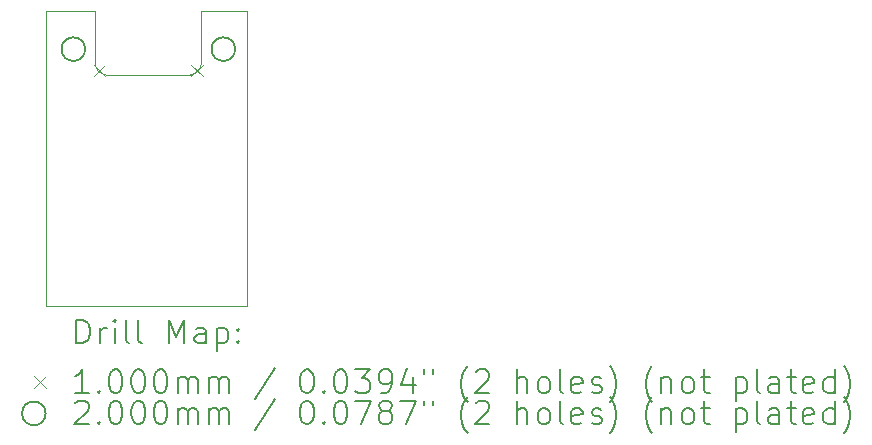
<source format=gbr>
%TF.GenerationSoftware,KiCad,Pcbnew,7.0.6*%
%TF.CreationDate,2023-08-08T22:31:44+02:00*%
%TF.ProjectId,epi_JLC,6570695f-4a4c-4432-9e6b-696361645f70,1_2_0*%
%TF.SameCoordinates,Original*%
%TF.FileFunction,Drillmap*%
%TF.FilePolarity,Positive*%
%FSLAX45Y45*%
G04 Gerber Fmt 4.5, Leading zero omitted, Abs format (unit mm)*
G04 Created by KiCad (PCBNEW 7.0.6) date 2023-08-08 22:31:44*
%MOMM*%
%LPD*%
G01*
G04 APERTURE LIST*
%ADD10C,0.100000*%
%ADD11C,0.010000*%
%ADD12C,0.200000*%
G04 APERTURE END LIST*
D10*
X9562322Y-5140000D02*
X9792322Y-5140000D01*
X9562322Y-7640000D02*
X9562322Y-5140000D01*
X11262322Y-7640000D02*
X9562322Y-7640000D01*
X11262322Y-5140000D02*
X11262322Y-7640000D01*
X11162322Y-5140000D02*
X11262322Y-5140000D01*
X11062322Y-5140000D02*
X11162322Y-5140000D01*
D11*
X10875442Y-5590000D02*
X10875442Y-5140000D01*
X10785442Y-5680000D02*
X10069048Y-5680000D01*
X9979050Y-5590000D02*
G75*
G03*
X10069048Y-5680000I90000J0D01*
G01*
X9979048Y-5590000D02*
X9979048Y-5140000D01*
X10875442Y-5140000D02*
X11062322Y-5140000D01*
X10785442Y-5680002D02*
G75*
G03*
X10875442Y-5590000I-2J90002D01*
G01*
X9792322Y-5140000D02*
X9979048Y-5140000D01*
D12*
D10*
X9964048Y-5595000D02*
X10064048Y-5695000D01*
X10064048Y-5595000D02*
X9964048Y-5695000D01*
X10790442Y-5595000D02*
X10890442Y-5695000D01*
X10890442Y-5595000D02*
X10790442Y-5695000D01*
D12*
X9892500Y-5465000D02*
G75*
G03*
X9892500Y-5465000I-100000J0D01*
G01*
X11162500Y-5465000D02*
G75*
G03*
X11162500Y-5465000I-100000J0D01*
G01*
X9818099Y-7956484D02*
X9818099Y-7756484D01*
X9818099Y-7756484D02*
X9865718Y-7756484D01*
X9865718Y-7756484D02*
X9894289Y-7766008D01*
X9894289Y-7766008D02*
X9913337Y-7785055D01*
X9913337Y-7785055D02*
X9922861Y-7804103D01*
X9922861Y-7804103D02*
X9932385Y-7842198D01*
X9932385Y-7842198D02*
X9932385Y-7870769D01*
X9932385Y-7870769D02*
X9922861Y-7908865D01*
X9922861Y-7908865D02*
X9913337Y-7927912D01*
X9913337Y-7927912D02*
X9894289Y-7946960D01*
X9894289Y-7946960D02*
X9865718Y-7956484D01*
X9865718Y-7956484D02*
X9818099Y-7956484D01*
X10018099Y-7956484D02*
X10018099Y-7823150D01*
X10018099Y-7861246D02*
X10027623Y-7842198D01*
X10027623Y-7842198D02*
X10037146Y-7832674D01*
X10037146Y-7832674D02*
X10056194Y-7823150D01*
X10056194Y-7823150D02*
X10075242Y-7823150D01*
X10141908Y-7956484D02*
X10141908Y-7823150D01*
X10141908Y-7756484D02*
X10132385Y-7766008D01*
X10132385Y-7766008D02*
X10141908Y-7775531D01*
X10141908Y-7775531D02*
X10151432Y-7766008D01*
X10151432Y-7766008D02*
X10141908Y-7756484D01*
X10141908Y-7756484D02*
X10141908Y-7775531D01*
X10265718Y-7956484D02*
X10246670Y-7946960D01*
X10246670Y-7946960D02*
X10237146Y-7927912D01*
X10237146Y-7927912D02*
X10237146Y-7756484D01*
X10370480Y-7956484D02*
X10351432Y-7946960D01*
X10351432Y-7946960D02*
X10341908Y-7927912D01*
X10341908Y-7927912D02*
X10341908Y-7756484D01*
X10599051Y-7956484D02*
X10599051Y-7756484D01*
X10599051Y-7756484D02*
X10665718Y-7899341D01*
X10665718Y-7899341D02*
X10732385Y-7756484D01*
X10732385Y-7756484D02*
X10732385Y-7956484D01*
X10913337Y-7956484D02*
X10913337Y-7851722D01*
X10913337Y-7851722D02*
X10903813Y-7832674D01*
X10903813Y-7832674D02*
X10884766Y-7823150D01*
X10884766Y-7823150D02*
X10846670Y-7823150D01*
X10846670Y-7823150D02*
X10827623Y-7832674D01*
X10913337Y-7946960D02*
X10894289Y-7956484D01*
X10894289Y-7956484D02*
X10846670Y-7956484D01*
X10846670Y-7956484D02*
X10827623Y-7946960D01*
X10827623Y-7946960D02*
X10818099Y-7927912D01*
X10818099Y-7927912D02*
X10818099Y-7908865D01*
X10818099Y-7908865D02*
X10827623Y-7889817D01*
X10827623Y-7889817D02*
X10846670Y-7880293D01*
X10846670Y-7880293D02*
X10894289Y-7880293D01*
X10894289Y-7880293D02*
X10913337Y-7870769D01*
X11008575Y-7823150D02*
X11008575Y-8023150D01*
X11008575Y-7832674D02*
X11027623Y-7823150D01*
X11027623Y-7823150D02*
X11065718Y-7823150D01*
X11065718Y-7823150D02*
X11084766Y-7832674D01*
X11084766Y-7832674D02*
X11094289Y-7842198D01*
X11094289Y-7842198D02*
X11103813Y-7861246D01*
X11103813Y-7861246D02*
X11103813Y-7918388D01*
X11103813Y-7918388D02*
X11094289Y-7937436D01*
X11094289Y-7937436D02*
X11084766Y-7946960D01*
X11084766Y-7946960D02*
X11065718Y-7956484D01*
X11065718Y-7956484D02*
X11027623Y-7956484D01*
X11027623Y-7956484D02*
X11008575Y-7946960D01*
X11189527Y-7937436D02*
X11199051Y-7946960D01*
X11199051Y-7946960D02*
X11189527Y-7956484D01*
X11189527Y-7956484D02*
X11180004Y-7946960D01*
X11180004Y-7946960D02*
X11189527Y-7937436D01*
X11189527Y-7937436D02*
X11189527Y-7956484D01*
X11189527Y-7832674D02*
X11199051Y-7842198D01*
X11199051Y-7842198D02*
X11189527Y-7851722D01*
X11189527Y-7851722D02*
X11180004Y-7842198D01*
X11180004Y-7842198D02*
X11189527Y-7832674D01*
X11189527Y-7832674D02*
X11189527Y-7851722D01*
D10*
X9457322Y-8235000D02*
X9557322Y-8335000D01*
X9557322Y-8235000D02*
X9457322Y-8335000D01*
D12*
X9922861Y-8376484D02*
X9808575Y-8376484D01*
X9865718Y-8376484D02*
X9865718Y-8176484D01*
X9865718Y-8176484D02*
X9846670Y-8205055D01*
X9846670Y-8205055D02*
X9827623Y-8224103D01*
X9827623Y-8224103D02*
X9808575Y-8233627D01*
X10008575Y-8357436D02*
X10018099Y-8366960D01*
X10018099Y-8366960D02*
X10008575Y-8376484D01*
X10008575Y-8376484D02*
X9999051Y-8366960D01*
X9999051Y-8366960D02*
X10008575Y-8357436D01*
X10008575Y-8357436D02*
X10008575Y-8376484D01*
X10141908Y-8176484D02*
X10160956Y-8176484D01*
X10160956Y-8176484D02*
X10180004Y-8186008D01*
X10180004Y-8186008D02*
X10189527Y-8195531D01*
X10189527Y-8195531D02*
X10199051Y-8214579D01*
X10199051Y-8214579D02*
X10208575Y-8252674D01*
X10208575Y-8252674D02*
X10208575Y-8300293D01*
X10208575Y-8300293D02*
X10199051Y-8338388D01*
X10199051Y-8338388D02*
X10189527Y-8357436D01*
X10189527Y-8357436D02*
X10180004Y-8366960D01*
X10180004Y-8366960D02*
X10160956Y-8376484D01*
X10160956Y-8376484D02*
X10141908Y-8376484D01*
X10141908Y-8376484D02*
X10122861Y-8366960D01*
X10122861Y-8366960D02*
X10113337Y-8357436D01*
X10113337Y-8357436D02*
X10103813Y-8338388D01*
X10103813Y-8338388D02*
X10094289Y-8300293D01*
X10094289Y-8300293D02*
X10094289Y-8252674D01*
X10094289Y-8252674D02*
X10103813Y-8214579D01*
X10103813Y-8214579D02*
X10113337Y-8195531D01*
X10113337Y-8195531D02*
X10122861Y-8186008D01*
X10122861Y-8186008D02*
X10141908Y-8176484D01*
X10332385Y-8176484D02*
X10351432Y-8176484D01*
X10351432Y-8176484D02*
X10370480Y-8186008D01*
X10370480Y-8186008D02*
X10380004Y-8195531D01*
X10380004Y-8195531D02*
X10389527Y-8214579D01*
X10389527Y-8214579D02*
X10399051Y-8252674D01*
X10399051Y-8252674D02*
X10399051Y-8300293D01*
X10399051Y-8300293D02*
X10389527Y-8338388D01*
X10389527Y-8338388D02*
X10380004Y-8357436D01*
X10380004Y-8357436D02*
X10370480Y-8366960D01*
X10370480Y-8366960D02*
X10351432Y-8376484D01*
X10351432Y-8376484D02*
X10332385Y-8376484D01*
X10332385Y-8376484D02*
X10313337Y-8366960D01*
X10313337Y-8366960D02*
X10303813Y-8357436D01*
X10303813Y-8357436D02*
X10294289Y-8338388D01*
X10294289Y-8338388D02*
X10284766Y-8300293D01*
X10284766Y-8300293D02*
X10284766Y-8252674D01*
X10284766Y-8252674D02*
X10294289Y-8214579D01*
X10294289Y-8214579D02*
X10303813Y-8195531D01*
X10303813Y-8195531D02*
X10313337Y-8186008D01*
X10313337Y-8186008D02*
X10332385Y-8176484D01*
X10522861Y-8176484D02*
X10541908Y-8176484D01*
X10541908Y-8176484D02*
X10560956Y-8186008D01*
X10560956Y-8186008D02*
X10570480Y-8195531D01*
X10570480Y-8195531D02*
X10580004Y-8214579D01*
X10580004Y-8214579D02*
X10589527Y-8252674D01*
X10589527Y-8252674D02*
X10589527Y-8300293D01*
X10589527Y-8300293D02*
X10580004Y-8338388D01*
X10580004Y-8338388D02*
X10570480Y-8357436D01*
X10570480Y-8357436D02*
X10560956Y-8366960D01*
X10560956Y-8366960D02*
X10541908Y-8376484D01*
X10541908Y-8376484D02*
X10522861Y-8376484D01*
X10522861Y-8376484D02*
X10503813Y-8366960D01*
X10503813Y-8366960D02*
X10494289Y-8357436D01*
X10494289Y-8357436D02*
X10484766Y-8338388D01*
X10484766Y-8338388D02*
X10475242Y-8300293D01*
X10475242Y-8300293D02*
X10475242Y-8252674D01*
X10475242Y-8252674D02*
X10484766Y-8214579D01*
X10484766Y-8214579D02*
X10494289Y-8195531D01*
X10494289Y-8195531D02*
X10503813Y-8186008D01*
X10503813Y-8186008D02*
X10522861Y-8176484D01*
X10675242Y-8376484D02*
X10675242Y-8243150D01*
X10675242Y-8262198D02*
X10684766Y-8252674D01*
X10684766Y-8252674D02*
X10703813Y-8243150D01*
X10703813Y-8243150D02*
X10732385Y-8243150D01*
X10732385Y-8243150D02*
X10751432Y-8252674D01*
X10751432Y-8252674D02*
X10760956Y-8271722D01*
X10760956Y-8271722D02*
X10760956Y-8376484D01*
X10760956Y-8271722D02*
X10770480Y-8252674D01*
X10770480Y-8252674D02*
X10789527Y-8243150D01*
X10789527Y-8243150D02*
X10818099Y-8243150D01*
X10818099Y-8243150D02*
X10837147Y-8252674D01*
X10837147Y-8252674D02*
X10846670Y-8271722D01*
X10846670Y-8271722D02*
X10846670Y-8376484D01*
X10941908Y-8376484D02*
X10941908Y-8243150D01*
X10941908Y-8262198D02*
X10951432Y-8252674D01*
X10951432Y-8252674D02*
X10970480Y-8243150D01*
X10970480Y-8243150D02*
X10999051Y-8243150D01*
X10999051Y-8243150D02*
X11018099Y-8252674D01*
X11018099Y-8252674D02*
X11027623Y-8271722D01*
X11027623Y-8271722D02*
X11027623Y-8376484D01*
X11027623Y-8271722D02*
X11037147Y-8252674D01*
X11037147Y-8252674D02*
X11056194Y-8243150D01*
X11056194Y-8243150D02*
X11084766Y-8243150D01*
X11084766Y-8243150D02*
X11103813Y-8252674D01*
X11103813Y-8252674D02*
X11113337Y-8271722D01*
X11113337Y-8271722D02*
X11113337Y-8376484D01*
X11503813Y-8166960D02*
X11332385Y-8424103D01*
X11760956Y-8176484D02*
X11780004Y-8176484D01*
X11780004Y-8176484D02*
X11799051Y-8186008D01*
X11799051Y-8186008D02*
X11808575Y-8195531D01*
X11808575Y-8195531D02*
X11818099Y-8214579D01*
X11818099Y-8214579D02*
X11827623Y-8252674D01*
X11827623Y-8252674D02*
X11827623Y-8300293D01*
X11827623Y-8300293D02*
X11818099Y-8338388D01*
X11818099Y-8338388D02*
X11808575Y-8357436D01*
X11808575Y-8357436D02*
X11799051Y-8366960D01*
X11799051Y-8366960D02*
X11780004Y-8376484D01*
X11780004Y-8376484D02*
X11760956Y-8376484D01*
X11760956Y-8376484D02*
X11741908Y-8366960D01*
X11741908Y-8366960D02*
X11732385Y-8357436D01*
X11732385Y-8357436D02*
X11722861Y-8338388D01*
X11722861Y-8338388D02*
X11713337Y-8300293D01*
X11713337Y-8300293D02*
X11713337Y-8252674D01*
X11713337Y-8252674D02*
X11722861Y-8214579D01*
X11722861Y-8214579D02*
X11732385Y-8195531D01*
X11732385Y-8195531D02*
X11741908Y-8186008D01*
X11741908Y-8186008D02*
X11760956Y-8176484D01*
X11913337Y-8357436D02*
X11922861Y-8366960D01*
X11922861Y-8366960D02*
X11913337Y-8376484D01*
X11913337Y-8376484D02*
X11903813Y-8366960D01*
X11903813Y-8366960D02*
X11913337Y-8357436D01*
X11913337Y-8357436D02*
X11913337Y-8376484D01*
X12046670Y-8176484D02*
X12065718Y-8176484D01*
X12065718Y-8176484D02*
X12084766Y-8186008D01*
X12084766Y-8186008D02*
X12094289Y-8195531D01*
X12094289Y-8195531D02*
X12103813Y-8214579D01*
X12103813Y-8214579D02*
X12113337Y-8252674D01*
X12113337Y-8252674D02*
X12113337Y-8300293D01*
X12113337Y-8300293D02*
X12103813Y-8338388D01*
X12103813Y-8338388D02*
X12094289Y-8357436D01*
X12094289Y-8357436D02*
X12084766Y-8366960D01*
X12084766Y-8366960D02*
X12065718Y-8376484D01*
X12065718Y-8376484D02*
X12046670Y-8376484D01*
X12046670Y-8376484D02*
X12027623Y-8366960D01*
X12027623Y-8366960D02*
X12018099Y-8357436D01*
X12018099Y-8357436D02*
X12008575Y-8338388D01*
X12008575Y-8338388D02*
X11999051Y-8300293D01*
X11999051Y-8300293D02*
X11999051Y-8252674D01*
X11999051Y-8252674D02*
X12008575Y-8214579D01*
X12008575Y-8214579D02*
X12018099Y-8195531D01*
X12018099Y-8195531D02*
X12027623Y-8186008D01*
X12027623Y-8186008D02*
X12046670Y-8176484D01*
X12180004Y-8176484D02*
X12303813Y-8176484D01*
X12303813Y-8176484D02*
X12237147Y-8252674D01*
X12237147Y-8252674D02*
X12265718Y-8252674D01*
X12265718Y-8252674D02*
X12284766Y-8262198D01*
X12284766Y-8262198D02*
X12294289Y-8271722D01*
X12294289Y-8271722D02*
X12303813Y-8290769D01*
X12303813Y-8290769D02*
X12303813Y-8338388D01*
X12303813Y-8338388D02*
X12294289Y-8357436D01*
X12294289Y-8357436D02*
X12284766Y-8366960D01*
X12284766Y-8366960D02*
X12265718Y-8376484D01*
X12265718Y-8376484D02*
X12208575Y-8376484D01*
X12208575Y-8376484D02*
X12189528Y-8366960D01*
X12189528Y-8366960D02*
X12180004Y-8357436D01*
X12399051Y-8376484D02*
X12437147Y-8376484D01*
X12437147Y-8376484D02*
X12456194Y-8366960D01*
X12456194Y-8366960D02*
X12465718Y-8357436D01*
X12465718Y-8357436D02*
X12484766Y-8328865D01*
X12484766Y-8328865D02*
X12494289Y-8290769D01*
X12494289Y-8290769D02*
X12494289Y-8214579D01*
X12494289Y-8214579D02*
X12484766Y-8195531D01*
X12484766Y-8195531D02*
X12475242Y-8186008D01*
X12475242Y-8186008D02*
X12456194Y-8176484D01*
X12456194Y-8176484D02*
X12418099Y-8176484D01*
X12418099Y-8176484D02*
X12399051Y-8186008D01*
X12399051Y-8186008D02*
X12389528Y-8195531D01*
X12389528Y-8195531D02*
X12380004Y-8214579D01*
X12380004Y-8214579D02*
X12380004Y-8262198D01*
X12380004Y-8262198D02*
X12389528Y-8281246D01*
X12389528Y-8281246D02*
X12399051Y-8290769D01*
X12399051Y-8290769D02*
X12418099Y-8300293D01*
X12418099Y-8300293D02*
X12456194Y-8300293D01*
X12456194Y-8300293D02*
X12475242Y-8290769D01*
X12475242Y-8290769D02*
X12484766Y-8281246D01*
X12484766Y-8281246D02*
X12494289Y-8262198D01*
X12665718Y-8243150D02*
X12665718Y-8376484D01*
X12618099Y-8166960D02*
X12570480Y-8309817D01*
X12570480Y-8309817D02*
X12694289Y-8309817D01*
X12760956Y-8176484D02*
X12760956Y-8214579D01*
X12837147Y-8176484D02*
X12837147Y-8214579D01*
X13132385Y-8452674D02*
X13122861Y-8443150D01*
X13122861Y-8443150D02*
X13103813Y-8414579D01*
X13103813Y-8414579D02*
X13094290Y-8395531D01*
X13094290Y-8395531D02*
X13084766Y-8366960D01*
X13084766Y-8366960D02*
X13075242Y-8319341D01*
X13075242Y-8319341D02*
X13075242Y-8281246D01*
X13075242Y-8281246D02*
X13084766Y-8233627D01*
X13084766Y-8233627D02*
X13094290Y-8205055D01*
X13094290Y-8205055D02*
X13103813Y-8186008D01*
X13103813Y-8186008D02*
X13122861Y-8157436D01*
X13122861Y-8157436D02*
X13132385Y-8147912D01*
X13199051Y-8195531D02*
X13208575Y-8186008D01*
X13208575Y-8186008D02*
X13227623Y-8176484D01*
X13227623Y-8176484D02*
X13275242Y-8176484D01*
X13275242Y-8176484D02*
X13294290Y-8186008D01*
X13294290Y-8186008D02*
X13303813Y-8195531D01*
X13303813Y-8195531D02*
X13313337Y-8214579D01*
X13313337Y-8214579D02*
X13313337Y-8233627D01*
X13313337Y-8233627D02*
X13303813Y-8262198D01*
X13303813Y-8262198D02*
X13189528Y-8376484D01*
X13189528Y-8376484D02*
X13313337Y-8376484D01*
X13551432Y-8376484D02*
X13551432Y-8176484D01*
X13637147Y-8376484D02*
X13637147Y-8271722D01*
X13637147Y-8271722D02*
X13627623Y-8252674D01*
X13627623Y-8252674D02*
X13608575Y-8243150D01*
X13608575Y-8243150D02*
X13580004Y-8243150D01*
X13580004Y-8243150D02*
X13560956Y-8252674D01*
X13560956Y-8252674D02*
X13551432Y-8262198D01*
X13760956Y-8376484D02*
X13741909Y-8366960D01*
X13741909Y-8366960D02*
X13732385Y-8357436D01*
X13732385Y-8357436D02*
X13722861Y-8338388D01*
X13722861Y-8338388D02*
X13722861Y-8281246D01*
X13722861Y-8281246D02*
X13732385Y-8262198D01*
X13732385Y-8262198D02*
X13741909Y-8252674D01*
X13741909Y-8252674D02*
X13760956Y-8243150D01*
X13760956Y-8243150D02*
X13789528Y-8243150D01*
X13789528Y-8243150D02*
X13808575Y-8252674D01*
X13808575Y-8252674D02*
X13818099Y-8262198D01*
X13818099Y-8262198D02*
X13827623Y-8281246D01*
X13827623Y-8281246D02*
X13827623Y-8338388D01*
X13827623Y-8338388D02*
X13818099Y-8357436D01*
X13818099Y-8357436D02*
X13808575Y-8366960D01*
X13808575Y-8366960D02*
X13789528Y-8376484D01*
X13789528Y-8376484D02*
X13760956Y-8376484D01*
X13941909Y-8376484D02*
X13922861Y-8366960D01*
X13922861Y-8366960D02*
X13913337Y-8347912D01*
X13913337Y-8347912D02*
X13913337Y-8176484D01*
X14094290Y-8366960D02*
X14075242Y-8376484D01*
X14075242Y-8376484D02*
X14037147Y-8376484D01*
X14037147Y-8376484D02*
X14018099Y-8366960D01*
X14018099Y-8366960D02*
X14008575Y-8347912D01*
X14008575Y-8347912D02*
X14008575Y-8271722D01*
X14008575Y-8271722D02*
X14018099Y-8252674D01*
X14018099Y-8252674D02*
X14037147Y-8243150D01*
X14037147Y-8243150D02*
X14075242Y-8243150D01*
X14075242Y-8243150D02*
X14094290Y-8252674D01*
X14094290Y-8252674D02*
X14103813Y-8271722D01*
X14103813Y-8271722D02*
X14103813Y-8290769D01*
X14103813Y-8290769D02*
X14008575Y-8309817D01*
X14180004Y-8366960D02*
X14199052Y-8376484D01*
X14199052Y-8376484D02*
X14237147Y-8376484D01*
X14237147Y-8376484D02*
X14256194Y-8366960D01*
X14256194Y-8366960D02*
X14265718Y-8347912D01*
X14265718Y-8347912D02*
X14265718Y-8338388D01*
X14265718Y-8338388D02*
X14256194Y-8319341D01*
X14256194Y-8319341D02*
X14237147Y-8309817D01*
X14237147Y-8309817D02*
X14208575Y-8309817D01*
X14208575Y-8309817D02*
X14189528Y-8300293D01*
X14189528Y-8300293D02*
X14180004Y-8281246D01*
X14180004Y-8281246D02*
X14180004Y-8271722D01*
X14180004Y-8271722D02*
X14189528Y-8252674D01*
X14189528Y-8252674D02*
X14208575Y-8243150D01*
X14208575Y-8243150D02*
X14237147Y-8243150D01*
X14237147Y-8243150D02*
X14256194Y-8252674D01*
X14332385Y-8452674D02*
X14341909Y-8443150D01*
X14341909Y-8443150D02*
X14360956Y-8414579D01*
X14360956Y-8414579D02*
X14370480Y-8395531D01*
X14370480Y-8395531D02*
X14380004Y-8366960D01*
X14380004Y-8366960D02*
X14389528Y-8319341D01*
X14389528Y-8319341D02*
X14389528Y-8281246D01*
X14389528Y-8281246D02*
X14380004Y-8233627D01*
X14380004Y-8233627D02*
X14370480Y-8205055D01*
X14370480Y-8205055D02*
X14360956Y-8186008D01*
X14360956Y-8186008D02*
X14341909Y-8157436D01*
X14341909Y-8157436D02*
X14332385Y-8147912D01*
X14694290Y-8452674D02*
X14684766Y-8443150D01*
X14684766Y-8443150D02*
X14665718Y-8414579D01*
X14665718Y-8414579D02*
X14656194Y-8395531D01*
X14656194Y-8395531D02*
X14646671Y-8366960D01*
X14646671Y-8366960D02*
X14637147Y-8319341D01*
X14637147Y-8319341D02*
X14637147Y-8281246D01*
X14637147Y-8281246D02*
X14646671Y-8233627D01*
X14646671Y-8233627D02*
X14656194Y-8205055D01*
X14656194Y-8205055D02*
X14665718Y-8186008D01*
X14665718Y-8186008D02*
X14684766Y-8157436D01*
X14684766Y-8157436D02*
X14694290Y-8147912D01*
X14770480Y-8243150D02*
X14770480Y-8376484D01*
X14770480Y-8262198D02*
X14780004Y-8252674D01*
X14780004Y-8252674D02*
X14799052Y-8243150D01*
X14799052Y-8243150D02*
X14827623Y-8243150D01*
X14827623Y-8243150D02*
X14846671Y-8252674D01*
X14846671Y-8252674D02*
X14856194Y-8271722D01*
X14856194Y-8271722D02*
X14856194Y-8376484D01*
X14980004Y-8376484D02*
X14960956Y-8366960D01*
X14960956Y-8366960D02*
X14951433Y-8357436D01*
X14951433Y-8357436D02*
X14941909Y-8338388D01*
X14941909Y-8338388D02*
X14941909Y-8281246D01*
X14941909Y-8281246D02*
X14951433Y-8262198D01*
X14951433Y-8262198D02*
X14960956Y-8252674D01*
X14960956Y-8252674D02*
X14980004Y-8243150D01*
X14980004Y-8243150D02*
X15008575Y-8243150D01*
X15008575Y-8243150D02*
X15027623Y-8252674D01*
X15027623Y-8252674D02*
X15037147Y-8262198D01*
X15037147Y-8262198D02*
X15046671Y-8281246D01*
X15046671Y-8281246D02*
X15046671Y-8338388D01*
X15046671Y-8338388D02*
X15037147Y-8357436D01*
X15037147Y-8357436D02*
X15027623Y-8366960D01*
X15027623Y-8366960D02*
X15008575Y-8376484D01*
X15008575Y-8376484D02*
X14980004Y-8376484D01*
X15103814Y-8243150D02*
X15180004Y-8243150D01*
X15132385Y-8176484D02*
X15132385Y-8347912D01*
X15132385Y-8347912D02*
X15141909Y-8366960D01*
X15141909Y-8366960D02*
X15160956Y-8376484D01*
X15160956Y-8376484D02*
X15180004Y-8376484D01*
X15399052Y-8243150D02*
X15399052Y-8443150D01*
X15399052Y-8252674D02*
X15418099Y-8243150D01*
X15418099Y-8243150D02*
X15456195Y-8243150D01*
X15456195Y-8243150D02*
X15475242Y-8252674D01*
X15475242Y-8252674D02*
X15484766Y-8262198D01*
X15484766Y-8262198D02*
X15494290Y-8281246D01*
X15494290Y-8281246D02*
X15494290Y-8338388D01*
X15494290Y-8338388D02*
X15484766Y-8357436D01*
X15484766Y-8357436D02*
X15475242Y-8366960D01*
X15475242Y-8366960D02*
X15456195Y-8376484D01*
X15456195Y-8376484D02*
X15418099Y-8376484D01*
X15418099Y-8376484D02*
X15399052Y-8366960D01*
X15608575Y-8376484D02*
X15589528Y-8366960D01*
X15589528Y-8366960D02*
X15580004Y-8347912D01*
X15580004Y-8347912D02*
X15580004Y-8176484D01*
X15770480Y-8376484D02*
X15770480Y-8271722D01*
X15770480Y-8271722D02*
X15760956Y-8252674D01*
X15760956Y-8252674D02*
X15741909Y-8243150D01*
X15741909Y-8243150D02*
X15703814Y-8243150D01*
X15703814Y-8243150D02*
X15684766Y-8252674D01*
X15770480Y-8366960D02*
X15751433Y-8376484D01*
X15751433Y-8376484D02*
X15703814Y-8376484D01*
X15703814Y-8376484D02*
X15684766Y-8366960D01*
X15684766Y-8366960D02*
X15675242Y-8347912D01*
X15675242Y-8347912D02*
X15675242Y-8328865D01*
X15675242Y-8328865D02*
X15684766Y-8309817D01*
X15684766Y-8309817D02*
X15703814Y-8300293D01*
X15703814Y-8300293D02*
X15751433Y-8300293D01*
X15751433Y-8300293D02*
X15770480Y-8290769D01*
X15837147Y-8243150D02*
X15913337Y-8243150D01*
X15865718Y-8176484D02*
X15865718Y-8347912D01*
X15865718Y-8347912D02*
X15875242Y-8366960D01*
X15875242Y-8366960D02*
X15894290Y-8376484D01*
X15894290Y-8376484D02*
X15913337Y-8376484D01*
X16056195Y-8366960D02*
X16037147Y-8376484D01*
X16037147Y-8376484D02*
X15999052Y-8376484D01*
X15999052Y-8376484D02*
X15980004Y-8366960D01*
X15980004Y-8366960D02*
X15970480Y-8347912D01*
X15970480Y-8347912D02*
X15970480Y-8271722D01*
X15970480Y-8271722D02*
X15980004Y-8252674D01*
X15980004Y-8252674D02*
X15999052Y-8243150D01*
X15999052Y-8243150D02*
X16037147Y-8243150D01*
X16037147Y-8243150D02*
X16056195Y-8252674D01*
X16056195Y-8252674D02*
X16065718Y-8271722D01*
X16065718Y-8271722D02*
X16065718Y-8290769D01*
X16065718Y-8290769D02*
X15970480Y-8309817D01*
X16237147Y-8376484D02*
X16237147Y-8176484D01*
X16237147Y-8366960D02*
X16218099Y-8376484D01*
X16218099Y-8376484D02*
X16180004Y-8376484D01*
X16180004Y-8376484D02*
X16160956Y-8366960D01*
X16160956Y-8366960D02*
X16151433Y-8357436D01*
X16151433Y-8357436D02*
X16141909Y-8338388D01*
X16141909Y-8338388D02*
X16141909Y-8281246D01*
X16141909Y-8281246D02*
X16151433Y-8262198D01*
X16151433Y-8262198D02*
X16160956Y-8252674D01*
X16160956Y-8252674D02*
X16180004Y-8243150D01*
X16180004Y-8243150D02*
X16218099Y-8243150D01*
X16218099Y-8243150D02*
X16237147Y-8252674D01*
X16313337Y-8452674D02*
X16322861Y-8443150D01*
X16322861Y-8443150D02*
X16341909Y-8414579D01*
X16341909Y-8414579D02*
X16351433Y-8395531D01*
X16351433Y-8395531D02*
X16360956Y-8366960D01*
X16360956Y-8366960D02*
X16370480Y-8319341D01*
X16370480Y-8319341D02*
X16370480Y-8281246D01*
X16370480Y-8281246D02*
X16360956Y-8233627D01*
X16360956Y-8233627D02*
X16351433Y-8205055D01*
X16351433Y-8205055D02*
X16341909Y-8186008D01*
X16341909Y-8186008D02*
X16322861Y-8157436D01*
X16322861Y-8157436D02*
X16313337Y-8147912D01*
X9557322Y-8549000D02*
G75*
G03*
X9557322Y-8549000I-100000J0D01*
G01*
X9808575Y-8459531D02*
X9818099Y-8450008D01*
X9818099Y-8450008D02*
X9837146Y-8440484D01*
X9837146Y-8440484D02*
X9884766Y-8440484D01*
X9884766Y-8440484D02*
X9903813Y-8450008D01*
X9903813Y-8450008D02*
X9913337Y-8459531D01*
X9913337Y-8459531D02*
X9922861Y-8478579D01*
X9922861Y-8478579D02*
X9922861Y-8497627D01*
X9922861Y-8497627D02*
X9913337Y-8526198D01*
X9913337Y-8526198D02*
X9799051Y-8640484D01*
X9799051Y-8640484D02*
X9922861Y-8640484D01*
X10008575Y-8621436D02*
X10018099Y-8630960D01*
X10018099Y-8630960D02*
X10008575Y-8640484D01*
X10008575Y-8640484D02*
X9999051Y-8630960D01*
X9999051Y-8630960D02*
X10008575Y-8621436D01*
X10008575Y-8621436D02*
X10008575Y-8640484D01*
X10141908Y-8440484D02*
X10160956Y-8440484D01*
X10160956Y-8440484D02*
X10180004Y-8450008D01*
X10180004Y-8450008D02*
X10189527Y-8459531D01*
X10189527Y-8459531D02*
X10199051Y-8478579D01*
X10199051Y-8478579D02*
X10208575Y-8516674D01*
X10208575Y-8516674D02*
X10208575Y-8564293D01*
X10208575Y-8564293D02*
X10199051Y-8602389D01*
X10199051Y-8602389D02*
X10189527Y-8621436D01*
X10189527Y-8621436D02*
X10180004Y-8630960D01*
X10180004Y-8630960D02*
X10160956Y-8640484D01*
X10160956Y-8640484D02*
X10141908Y-8640484D01*
X10141908Y-8640484D02*
X10122861Y-8630960D01*
X10122861Y-8630960D02*
X10113337Y-8621436D01*
X10113337Y-8621436D02*
X10103813Y-8602389D01*
X10103813Y-8602389D02*
X10094289Y-8564293D01*
X10094289Y-8564293D02*
X10094289Y-8516674D01*
X10094289Y-8516674D02*
X10103813Y-8478579D01*
X10103813Y-8478579D02*
X10113337Y-8459531D01*
X10113337Y-8459531D02*
X10122861Y-8450008D01*
X10122861Y-8450008D02*
X10141908Y-8440484D01*
X10332385Y-8440484D02*
X10351432Y-8440484D01*
X10351432Y-8440484D02*
X10370480Y-8450008D01*
X10370480Y-8450008D02*
X10380004Y-8459531D01*
X10380004Y-8459531D02*
X10389527Y-8478579D01*
X10389527Y-8478579D02*
X10399051Y-8516674D01*
X10399051Y-8516674D02*
X10399051Y-8564293D01*
X10399051Y-8564293D02*
X10389527Y-8602389D01*
X10389527Y-8602389D02*
X10380004Y-8621436D01*
X10380004Y-8621436D02*
X10370480Y-8630960D01*
X10370480Y-8630960D02*
X10351432Y-8640484D01*
X10351432Y-8640484D02*
X10332385Y-8640484D01*
X10332385Y-8640484D02*
X10313337Y-8630960D01*
X10313337Y-8630960D02*
X10303813Y-8621436D01*
X10303813Y-8621436D02*
X10294289Y-8602389D01*
X10294289Y-8602389D02*
X10284766Y-8564293D01*
X10284766Y-8564293D02*
X10284766Y-8516674D01*
X10284766Y-8516674D02*
X10294289Y-8478579D01*
X10294289Y-8478579D02*
X10303813Y-8459531D01*
X10303813Y-8459531D02*
X10313337Y-8450008D01*
X10313337Y-8450008D02*
X10332385Y-8440484D01*
X10522861Y-8440484D02*
X10541908Y-8440484D01*
X10541908Y-8440484D02*
X10560956Y-8450008D01*
X10560956Y-8450008D02*
X10570480Y-8459531D01*
X10570480Y-8459531D02*
X10580004Y-8478579D01*
X10580004Y-8478579D02*
X10589527Y-8516674D01*
X10589527Y-8516674D02*
X10589527Y-8564293D01*
X10589527Y-8564293D02*
X10580004Y-8602389D01*
X10580004Y-8602389D02*
X10570480Y-8621436D01*
X10570480Y-8621436D02*
X10560956Y-8630960D01*
X10560956Y-8630960D02*
X10541908Y-8640484D01*
X10541908Y-8640484D02*
X10522861Y-8640484D01*
X10522861Y-8640484D02*
X10503813Y-8630960D01*
X10503813Y-8630960D02*
X10494289Y-8621436D01*
X10494289Y-8621436D02*
X10484766Y-8602389D01*
X10484766Y-8602389D02*
X10475242Y-8564293D01*
X10475242Y-8564293D02*
X10475242Y-8516674D01*
X10475242Y-8516674D02*
X10484766Y-8478579D01*
X10484766Y-8478579D02*
X10494289Y-8459531D01*
X10494289Y-8459531D02*
X10503813Y-8450008D01*
X10503813Y-8450008D02*
X10522861Y-8440484D01*
X10675242Y-8640484D02*
X10675242Y-8507150D01*
X10675242Y-8526198D02*
X10684766Y-8516674D01*
X10684766Y-8516674D02*
X10703813Y-8507150D01*
X10703813Y-8507150D02*
X10732385Y-8507150D01*
X10732385Y-8507150D02*
X10751432Y-8516674D01*
X10751432Y-8516674D02*
X10760956Y-8535722D01*
X10760956Y-8535722D02*
X10760956Y-8640484D01*
X10760956Y-8535722D02*
X10770480Y-8516674D01*
X10770480Y-8516674D02*
X10789527Y-8507150D01*
X10789527Y-8507150D02*
X10818099Y-8507150D01*
X10818099Y-8507150D02*
X10837147Y-8516674D01*
X10837147Y-8516674D02*
X10846670Y-8535722D01*
X10846670Y-8535722D02*
X10846670Y-8640484D01*
X10941908Y-8640484D02*
X10941908Y-8507150D01*
X10941908Y-8526198D02*
X10951432Y-8516674D01*
X10951432Y-8516674D02*
X10970480Y-8507150D01*
X10970480Y-8507150D02*
X10999051Y-8507150D01*
X10999051Y-8507150D02*
X11018099Y-8516674D01*
X11018099Y-8516674D02*
X11027623Y-8535722D01*
X11027623Y-8535722D02*
X11027623Y-8640484D01*
X11027623Y-8535722D02*
X11037147Y-8516674D01*
X11037147Y-8516674D02*
X11056194Y-8507150D01*
X11056194Y-8507150D02*
X11084766Y-8507150D01*
X11084766Y-8507150D02*
X11103813Y-8516674D01*
X11103813Y-8516674D02*
X11113337Y-8535722D01*
X11113337Y-8535722D02*
X11113337Y-8640484D01*
X11503813Y-8430960D02*
X11332385Y-8688103D01*
X11760956Y-8440484D02*
X11780004Y-8440484D01*
X11780004Y-8440484D02*
X11799051Y-8450008D01*
X11799051Y-8450008D02*
X11808575Y-8459531D01*
X11808575Y-8459531D02*
X11818099Y-8478579D01*
X11818099Y-8478579D02*
X11827623Y-8516674D01*
X11827623Y-8516674D02*
X11827623Y-8564293D01*
X11827623Y-8564293D02*
X11818099Y-8602389D01*
X11818099Y-8602389D02*
X11808575Y-8621436D01*
X11808575Y-8621436D02*
X11799051Y-8630960D01*
X11799051Y-8630960D02*
X11780004Y-8640484D01*
X11780004Y-8640484D02*
X11760956Y-8640484D01*
X11760956Y-8640484D02*
X11741908Y-8630960D01*
X11741908Y-8630960D02*
X11732385Y-8621436D01*
X11732385Y-8621436D02*
X11722861Y-8602389D01*
X11722861Y-8602389D02*
X11713337Y-8564293D01*
X11713337Y-8564293D02*
X11713337Y-8516674D01*
X11713337Y-8516674D02*
X11722861Y-8478579D01*
X11722861Y-8478579D02*
X11732385Y-8459531D01*
X11732385Y-8459531D02*
X11741908Y-8450008D01*
X11741908Y-8450008D02*
X11760956Y-8440484D01*
X11913337Y-8621436D02*
X11922861Y-8630960D01*
X11922861Y-8630960D02*
X11913337Y-8640484D01*
X11913337Y-8640484D02*
X11903813Y-8630960D01*
X11903813Y-8630960D02*
X11913337Y-8621436D01*
X11913337Y-8621436D02*
X11913337Y-8640484D01*
X12046670Y-8440484D02*
X12065718Y-8440484D01*
X12065718Y-8440484D02*
X12084766Y-8450008D01*
X12084766Y-8450008D02*
X12094289Y-8459531D01*
X12094289Y-8459531D02*
X12103813Y-8478579D01*
X12103813Y-8478579D02*
X12113337Y-8516674D01*
X12113337Y-8516674D02*
X12113337Y-8564293D01*
X12113337Y-8564293D02*
X12103813Y-8602389D01*
X12103813Y-8602389D02*
X12094289Y-8621436D01*
X12094289Y-8621436D02*
X12084766Y-8630960D01*
X12084766Y-8630960D02*
X12065718Y-8640484D01*
X12065718Y-8640484D02*
X12046670Y-8640484D01*
X12046670Y-8640484D02*
X12027623Y-8630960D01*
X12027623Y-8630960D02*
X12018099Y-8621436D01*
X12018099Y-8621436D02*
X12008575Y-8602389D01*
X12008575Y-8602389D02*
X11999051Y-8564293D01*
X11999051Y-8564293D02*
X11999051Y-8516674D01*
X11999051Y-8516674D02*
X12008575Y-8478579D01*
X12008575Y-8478579D02*
X12018099Y-8459531D01*
X12018099Y-8459531D02*
X12027623Y-8450008D01*
X12027623Y-8450008D02*
X12046670Y-8440484D01*
X12180004Y-8440484D02*
X12313337Y-8440484D01*
X12313337Y-8440484D02*
X12227623Y-8640484D01*
X12418099Y-8526198D02*
X12399051Y-8516674D01*
X12399051Y-8516674D02*
X12389528Y-8507150D01*
X12389528Y-8507150D02*
X12380004Y-8488103D01*
X12380004Y-8488103D02*
X12380004Y-8478579D01*
X12380004Y-8478579D02*
X12389528Y-8459531D01*
X12389528Y-8459531D02*
X12399051Y-8450008D01*
X12399051Y-8450008D02*
X12418099Y-8440484D01*
X12418099Y-8440484D02*
X12456194Y-8440484D01*
X12456194Y-8440484D02*
X12475242Y-8450008D01*
X12475242Y-8450008D02*
X12484766Y-8459531D01*
X12484766Y-8459531D02*
X12494289Y-8478579D01*
X12494289Y-8478579D02*
X12494289Y-8488103D01*
X12494289Y-8488103D02*
X12484766Y-8507150D01*
X12484766Y-8507150D02*
X12475242Y-8516674D01*
X12475242Y-8516674D02*
X12456194Y-8526198D01*
X12456194Y-8526198D02*
X12418099Y-8526198D01*
X12418099Y-8526198D02*
X12399051Y-8535722D01*
X12399051Y-8535722D02*
X12389528Y-8545246D01*
X12389528Y-8545246D02*
X12380004Y-8564293D01*
X12380004Y-8564293D02*
X12380004Y-8602389D01*
X12380004Y-8602389D02*
X12389528Y-8621436D01*
X12389528Y-8621436D02*
X12399051Y-8630960D01*
X12399051Y-8630960D02*
X12418099Y-8640484D01*
X12418099Y-8640484D02*
X12456194Y-8640484D01*
X12456194Y-8640484D02*
X12475242Y-8630960D01*
X12475242Y-8630960D02*
X12484766Y-8621436D01*
X12484766Y-8621436D02*
X12494289Y-8602389D01*
X12494289Y-8602389D02*
X12494289Y-8564293D01*
X12494289Y-8564293D02*
X12484766Y-8545246D01*
X12484766Y-8545246D02*
X12475242Y-8535722D01*
X12475242Y-8535722D02*
X12456194Y-8526198D01*
X12560956Y-8440484D02*
X12694289Y-8440484D01*
X12694289Y-8440484D02*
X12608575Y-8640484D01*
X12760956Y-8440484D02*
X12760956Y-8478579D01*
X12837147Y-8440484D02*
X12837147Y-8478579D01*
X13132385Y-8716674D02*
X13122861Y-8707150D01*
X13122861Y-8707150D02*
X13103813Y-8678579D01*
X13103813Y-8678579D02*
X13094290Y-8659531D01*
X13094290Y-8659531D02*
X13084766Y-8630960D01*
X13084766Y-8630960D02*
X13075242Y-8583341D01*
X13075242Y-8583341D02*
X13075242Y-8545246D01*
X13075242Y-8545246D02*
X13084766Y-8497627D01*
X13084766Y-8497627D02*
X13094290Y-8469055D01*
X13094290Y-8469055D02*
X13103813Y-8450008D01*
X13103813Y-8450008D02*
X13122861Y-8421436D01*
X13122861Y-8421436D02*
X13132385Y-8411912D01*
X13199051Y-8459531D02*
X13208575Y-8450008D01*
X13208575Y-8450008D02*
X13227623Y-8440484D01*
X13227623Y-8440484D02*
X13275242Y-8440484D01*
X13275242Y-8440484D02*
X13294290Y-8450008D01*
X13294290Y-8450008D02*
X13303813Y-8459531D01*
X13303813Y-8459531D02*
X13313337Y-8478579D01*
X13313337Y-8478579D02*
X13313337Y-8497627D01*
X13313337Y-8497627D02*
X13303813Y-8526198D01*
X13303813Y-8526198D02*
X13189528Y-8640484D01*
X13189528Y-8640484D02*
X13313337Y-8640484D01*
X13551432Y-8640484D02*
X13551432Y-8440484D01*
X13637147Y-8640484D02*
X13637147Y-8535722D01*
X13637147Y-8535722D02*
X13627623Y-8516674D01*
X13627623Y-8516674D02*
X13608575Y-8507150D01*
X13608575Y-8507150D02*
X13580004Y-8507150D01*
X13580004Y-8507150D02*
X13560956Y-8516674D01*
X13560956Y-8516674D02*
X13551432Y-8526198D01*
X13760956Y-8640484D02*
X13741909Y-8630960D01*
X13741909Y-8630960D02*
X13732385Y-8621436D01*
X13732385Y-8621436D02*
X13722861Y-8602389D01*
X13722861Y-8602389D02*
X13722861Y-8545246D01*
X13722861Y-8545246D02*
X13732385Y-8526198D01*
X13732385Y-8526198D02*
X13741909Y-8516674D01*
X13741909Y-8516674D02*
X13760956Y-8507150D01*
X13760956Y-8507150D02*
X13789528Y-8507150D01*
X13789528Y-8507150D02*
X13808575Y-8516674D01*
X13808575Y-8516674D02*
X13818099Y-8526198D01*
X13818099Y-8526198D02*
X13827623Y-8545246D01*
X13827623Y-8545246D02*
X13827623Y-8602389D01*
X13827623Y-8602389D02*
X13818099Y-8621436D01*
X13818099Y-8621436D02*
X13808575Y-8630960D01*
X13808575Y-8630960D02*
X13789528Y-8640484D01*
X13789528Y-8640484D02*
X13760956Y-8640484D01*
X13941909Y-8640484D02*
X13922861Y-8630960D01*
X13922861Y-8630960D02*
X13913337Y-8611912D01*
X13913337Y-8611912D02*
X13913337Y-8440484D01*
X14094290Y-8630960D02*
X14075242Y-8640484D01*
X14075242Y-8640484D02*
X14037147Y-8640484D01*
X14037147Y-8640484D02*
X14018099Y-8630960D01*
X14018099Y-8630960D02*
X14008575Y-8611912D01*
X14008575Y-8611912D02*
X14008575Y-8535722D01*
X14008575Y-8535722D02*
X14018099Y-8516674D01*
X14018099Y-8516674D02*
X14037147Y-8507150D01*
X14037147Y-8507150D02*
X14075242Y-8507150D01*
X14075242Y-8507150D02*
X14094290Y-8516674D01*
X14094290Y-8516674D02*
X14103813Y-8535722D01*
X14103813Y-8535722D02*
X14103813Y-8554770D01*
X14103813Y-8554770D02*
X14008575Y-8573817D01*
X14180004Y-8630960D02*
X14199052Y-8640484D01*
X14199052Y-8640484D02*
X14237147Y-8640484D01*
X14237147Y-8640484D02*
X14256194Y-8630960D01*
X14256194Y-8630960D02*
X14265718Y-8611912D01*
X14265718Y-8611912D02*
X14265718Y-8602389D01*
X14265718Y-8602389D02*
X14256194Y-8583341D01*
X14256194Y-8583341D02*
X14237147Y-8573817D01*
X14237147Y-8573817D02*
X14208575Y-8573817D01*
X14208575Y-8573817D02*
X14189528Y-8564293D01*
X14189528Y-8564293D02*
X14180004Y-8545246D01*
X14180004Y-8545246D02*
X14180004Y-8535722D01*
X14180004Y-8535722D02*
X14189528Y-8516674D01*
X14189528Y-8516674D02*
X14208575Y-8507150D01*
X14208575Y-8507150D02*
X14237147Y-8507150D01*
X14237147Y-8507150D02*
X14256194Y-8516674D01*
X14332385Y-8716674D02*
X14341909Y-8707150D01*
X14341909Y-8707150D02*
X14360956Y-8678579D01*
X14360956Y-8678579D02*
X14370480Y-8659531D01*
X14370480Y-8659531D02*
X14380004Y-8630960D01*
X14380004Y-8630960D02*
X14389528Y-8583341D01*
X14389528Y-8583341D02*
X14389528Y-8545246D01*
X14389528Y-8545246D02*
X14380004Y-8497627D01*
X14380004Y-8497627D02*
X14370480Y-8469055D01*
X14370480Y-8469055D02*
X14360956Y-8450008D01*
X14360956Y-8450008D02*
X14341909Y-8421436D01*
X14341909Y-8421436D02*
X14332385Y-8411912D01*
X14694290Y-8716674D02*
X14684766Y-8707150D01*
X14684766Y-8707150D02*
X14665718Y-8678579D01*
X14665718Y-8678579D02*
X14656194Y-8659531D01*
X14656194Y-8659531D02*
X14646671Y-8630960D01*
X14646671Y-8630960D02*
X14637147Y-8583341D01*
X14637147Y-8583341D02*
X14637147Y-8545246D01*
X14637147Y-8545246D02*
X14646671Y-8497627D01*
X14646671Y-8497627D02*
X14656194Y-8469055D01*
X14656194Y-8469055D02*
X14665718Y-8450008D01*
X14665718Y-8450008D02*
X14684766Y-8421436D01*
X14684766Y-8421436D02*
X14694290Y-8411912D01*
X14770480Y-8507150D02*
X14770480Y-8640484D01*
X14770480Y-8526198D02*
X14780004Y-8516674D01*
X14780004Y-8516674D02*
X14799052Y-8507150D01*
X14799052Y-8507150D02*
X14827623Y-8507150D01*
X14827623Y-8507150D02*
X14846671Y-8516674D01*
X14846671Y-8516674D02*
X14856194Y-8535722D01*
X14856194Y-8535722D02*
X14856194Y-8640484D01*
X14980004Y-8640484D02*
X14960956Y-8630960D01*
X14960956Y-8630960D02*
X14951433Y-8621436D01*
X14951433Y-8621436D02*
X14941909Y-8602389D01*
X14941909Y-8602389D02*
X14941909Y-8545246D01*
X14941909Y-8545246D02*
X14951433Y-8526198D01*
X14951433Y-8526198D02*
X14960956Y-8516674D01*
X14960956Y-8516674D02*
X14980004Y-8507150D01*
X14980004Y-8507150D02*
X15008575Y-8507150D01*
X15008575Y-8507150D02*
X15027623Y-8516674D01*
X15027623Y-8516674D02*
X15037147Y-8526198D01*
X15037147Y-8526198D02*
X15046671Y-8545246D01*
X15046671Y-8545246D02*
X15046671Y-8602389D01*
X15046671Y-8602389D02*
X15037147Y-8621436D01*
X15037147Y-8621436D02*
X15027623Y-8630960D01*
X15027623Y-8630960D02*
X15008575Y-8640484D01*
X15008575Y-8640484D02*
X14980004Y-8640484D01*
X15103814Y-8507150D02*
X15180004Y-8507150D01*
X15132385Y-8440484D02*
X15132385Y-8611912D01*
X15132385Y-8611912D02*
X15141909Y-8630960D01*
X15141909Y-8630960D02*
X15160956Y-8640484D01*
X15160956Y-8640484D02*
X15180004Y-8640484D01*
X15399052Y-8507150D02*
X15399052Y-8707150D01*
X15399052Y-8516674D02*
X15418099Y-8507150D01*
X15418099Y-8507150D02*
X15456195Y-8507150D01*
X15456195Y-8507150D02*
X15475242Y-8516674D01*
X15475242Y-8516674D02*
X15484766Y-8526198D01*
X15484766Y-8526198D02*
X15494290Y-8545246D01*
X15494290Y-8545246D02*
X15494290Y-8602389D01*
X15494290Y-8602389D02*
X15484766Y-8621436D01*
X15484766Y-8621436D02*
X15475242Y-8630960D01*
X15475242Y-8630960D02*
X15456195Y-8640484D01*
X15456195Y-8640484D02*
X15418099Y-8640484D01*
X15418099Y-8640484D02*
X15399052Y-8630960D01*
X15608575Y-8640484D02*
X15589528Y-8630960D01*
X15589528Y-8630960D02*
X15580004Y-8611912D01*
X15580004Y-8611912D02*
X15580004Y-8440484D01*
X15770480Y-8640484D02*
X15770480Y-8535722D01*
X15770480Y-8535722D02*
X15760956Y-8516674D01*
X15760956Y-8516674D02*
X15741909Y-8507150D01*
X15741909Y-8507150D02*
X15703814Y-8507150D01*
X15703814Y-8507150D02*
X15684766Y-8516674D01*
X15770480Y-8630960D02*
X15751433Y-8640484D01*
X15751433Y-8640484D02*
X15703814Y-8640484D01*
X15703814Y-8640484D02*
X15684766Y-8630960D01*
X15684766Y-8630960D02*
X15675242Y-8611912D01*
X15675242Y-8611912D02*
X15675242Y-8592865D01*
X15675242Y-8592865D02*
X15684766Y-8573817D01*
X15684766Y-8573817D02*
X15703814Y-8564293D01*
X15703814Y-8564293D02*
X15751433Y-8564293D01*
X15751433Y-8564293D02*
X15770480Y-8554770D01*
X15837147Y-8507150D02*
X15913337Y-8507150D01*
X15865718Y-8440484D02*
X15865718Y-8611912D01*
X15865718Y-8611912D02*
X15875242Y-8630960D01*
X15875242Y-8630960D02*
X15894290Y-8640484D01*
X15894290Y-8640484D02*
X15913337Y-8640484D01*
X16056195Y-8630960D02*
X16037147Y-8640484D01*
X16037147Y-8640484D02*
X15999052Y-8640484D01*
X15999052Y-8640484D02*
X15980004Y-8630960D01*
X15980004Y-8630960D02*
X15970480Y-8611912D01*
X15970480Y-8611912D02*
X15970480Y-8535722D01*
X15970480Y-8535722D02*
X15980004Y-8516674D01*
X15980004Y-8516674D02*
X15999052Y-8507150D01*
X15999052Y-8507150D02*
X16037147Y-8507150D01*
X16037147Y-8507150D02*
X16056195Y-8516674D01*
X16056195Y-8516674D02*
X16065718Y-8535722D01*
X16065718Y-8535722D02*
X16065718Y-8554770D01*
X16065718Y-8554770D02*
X15970480Y-8573817D01*
X16237147Y-8640484D02*
X16237147Y-8440484D01*
X16237147Y-8630960D02*
X16218099Y-8640484D01*
X16218099Y-8640484D02*
X16180004Y-8640484D01*
X16180004Y-8640484D02*
X16160956Y-8630960D01*
X16160956Y-8630960D02*
X16151433Y-8621436D01*
X16151433Y-8621436D02*
X16141909Y-8602389D01*
X16141909Y-8602389D02*
X16141909Y-8545246D01*
X16141909Y-8545246D02*
X16151433Y-8526198D01*
X16151433Y-8526198D02*
X16160956Y-8516674D01*
X16160956Y-8516674D02*
X16180004Y-8507150D01*
X16180004Y-8507150D02*
X16218099Y-8507150D01*
X16218099Y-8507150D02*
X16237147Y-8516674D01*
X16313337Y-8716674D02*
X16322861Y-8707150D01*
X16322861Y-8707150D02*
X16341909Y-8678579D01*
X16341909Y-8678579D02*
X16351433Y-8659531D01*
X16351433Y-8659531D02*
X16360956Y-8630960D01*
X16360956Y-8630960D02*
X16370480Y-8583341D01*
X16370480Y-8583341D02*
X16370480Y-8545246D01*
X16370480Y-8545246D02*
X16360956Y-8497627D01*
X16360956Y-8497627D02*
X16351433Y-8469055D01*
X16351433Y-8469055D02*
X16341909Y-8450008D01*
X16341909Y-8450008D02*
X16322861Y-8421436D01*
X16322861Y-8421436D02*
X16313337Y-8411912D01*
M02*

</source>
